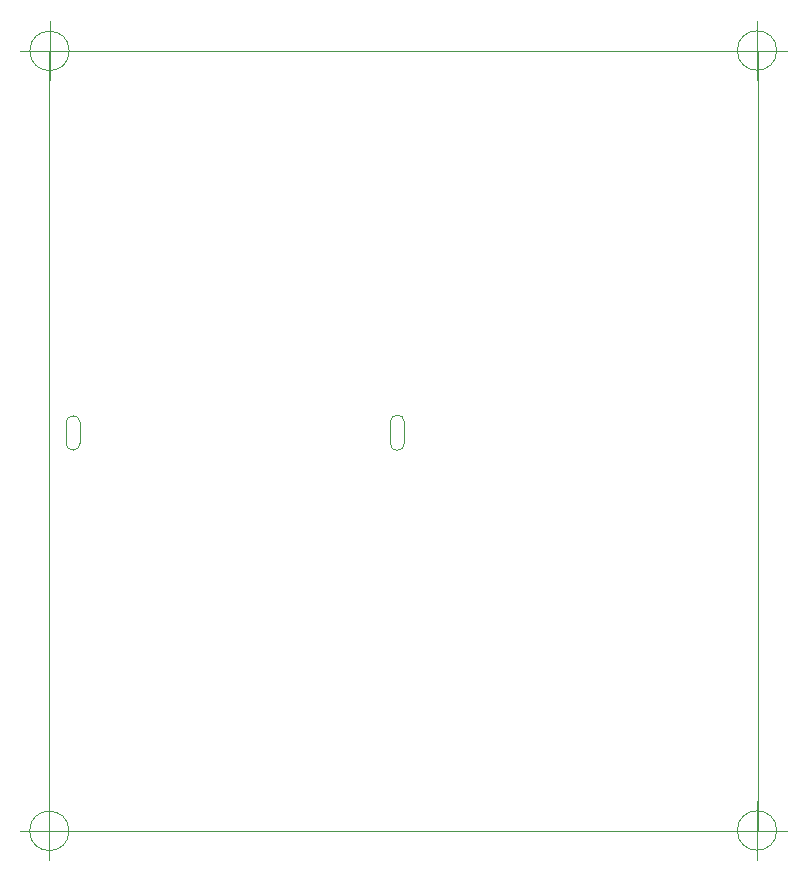
<source format=gbr>
%TF.GenerationSoftware,KiCad,Pcbnew,(6.0.4)*%
%TF.CreationDate,2022-12-16T22:02:52+01:00*%
%TF.ProjectId,swmeter,73776d65-7465-4722-9e6b-696361645f70,0.4*%
%TF.SameCoordinates,PXc0c6960PY8f71310*%
%TF.FileFunction,Component,L2,Bot*%
%TF.FilePolarity,Positive*%
%FSLAX46Y46*%
G04 Gerber Fmt 4.6, Leading zero omitted, Abs format (unit mm)*
G04 Created by KiCad (PCBNEW (6.0.4)) date 2022-12-16 22:02:52*
%MOMM*%
%LPD*%
G01*
G04 APERTURE LIST*
%TA.AperFunction,Profile*%
%ADD10C,0.100000*%
%TD*%
G04 APERTURE END LIST*
D10*
X30060000Y34610000D02*
G75*
G03*
X28860000Y34610000I-600000J0D01*
G01*
X59970000Y66020000D02*
X0Y66020000D01*
X0Y66020000D02*
X0Y0D01*
X0Y0D02*
X59970000Y0D01*
X59970000Y0D02*
X59970000Y66020000D01*
X28860000Y32810000D02*
G75*
G03*
X30060000Y32810000I600000J0D01*
G01*
X2610000Y34630000D02*
X2610000Y32830000D01*
X28860000Y34610000D02*
X28860000Y32810000D01*
X2610000Y34630000D02*
G75*
G03*
X1410000Y34630000I-600000J-97600D01*
G01*
X30060000Y34610000D02*
X30060000Y32810000D01*
X1410000Y32830000D02*
G75*
G03*
X2610000Y32830000I600000J0D01*
G01*
X1410000Y34630000D02*
X1410000Y32830000D01*
X61586666Y30000D02*
G75*
G03*
X61586666Y30000I-1666666J0D01*
G01*
X57420000Y30000D02*
X62420000Y30000D01*
X59920000Y2530000D02*
X59920000Y-2470000D01*
X1666666Y0D02*
G75*
G03*
X1666666Y0I-1666666J0D01*
G01*
X-2500000Y0D02*
X2500000Y0D01*
X0Y2500000D02*
X0Y-2500000D01*
X1686666Y66040000D02*
G75*
G03*
X1686666Y66040000I-1666666J0D01*
G01*
X-2480000Y66040000D02*
X2520000Y66040000D01*
X20000Y68540000D02*
X20000Y63540000D01*
X61586666Y66070000D02*
G75*
G03*
X61586666Y66070000I-1666666J0D01*
G01*
X57420000Y66070000D02*
X62420000Y66070000D01*
X59920000Y68570000D02*
X59920000Y63570000D01*
M02*

</source>
